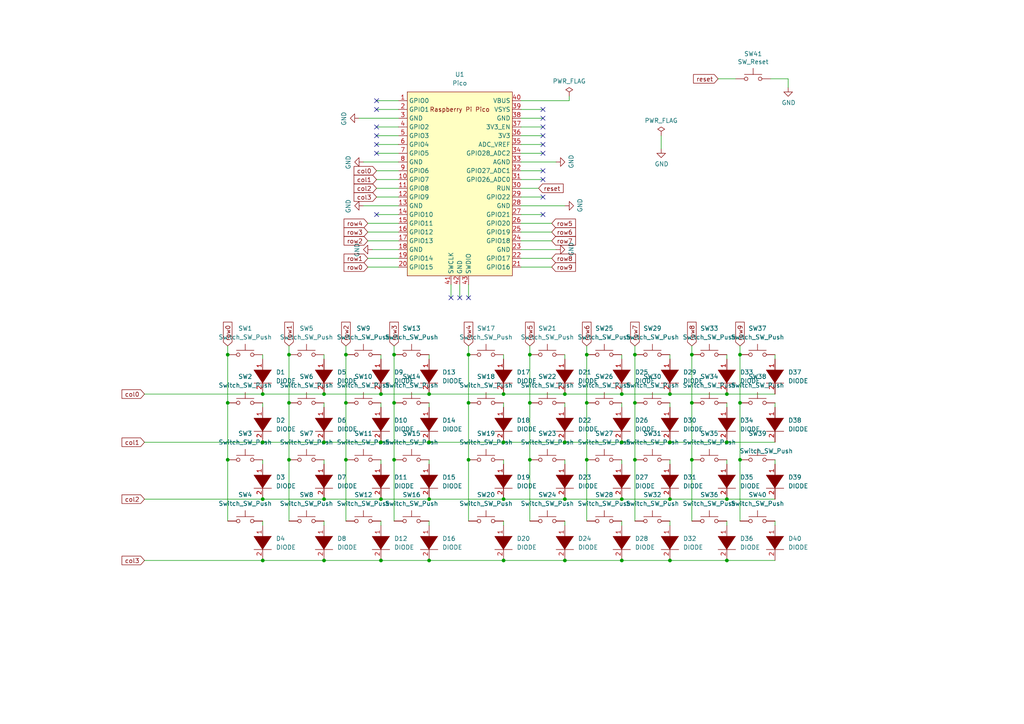
<source format=kicad_sch>
(kicad_sch (version 20211123) (generator eeschema)
  (paper "A4")
  (lib_symbols
    (symbol "MCU_RaspberryPi_and_Boards:Pico"
      (property "Reference" "U" (at -13.97 27.94 0))
      (property "Value" "Pico" (at 0 19.05 0))
      (symbol "Pico_0_0"
        (text "Raspberry Pi Pico" (at 0 21.59 0) (effects (font (size 1.27 1.27))))
      )
      (symbol "Pico_0_1"
        (rectangle (start -15.24 26.67) (end 15.24 -26.67) (fill (type background)))
      )
      (symbol "Pico_1_1"
        (pin bidirectional line (at -17.78 24.13 0) (length 2.54) (name "GPIO0") (number "1"))
        (pin bidirectional line (at -17.78 1.27 0) (length 2.54) (name "GPIO7") (number "10"))
        (pin bidirectional line (at -17.78 -1.27 0) (length 2.54) (name "GPIO8") (number "11"))
        (pin bidirectional line (at -17.78 -3.81 0) (length 2.54) (name "GPIO9") (number "12"))
        (pin power_in line (at -17.78 -6.35 0) (length 2.54) (name "GND") (number "13"))
        (pin bidirectional line (at -17.78 -8.89 0) (length 2.54) (name "GPIO10") (number "14"))
        (pin bidirectional line (at -17.78 -11.43 0) (length 2.54) (name "GPIO11") (number "15"))
        (pin bidirectional line (at -17.78 -13.97 0) (length 2.54) (name "GPIO12") (number "16"))
        (pin bidirectional line (at -17.78 -16.51 0) (length 2.54) (name "GPIO13") (number "17"))
        (pin power_in line (at -17.78 -19.05 0) (length 2.54) (name "GND") (number "18"))
        (pin bidirectional line (at -17.78 -21.59 0) (length 2.54) (name "GPIO14") (number "19"))
        (pin bidirectional line (at -17.78 21.59 0) (length 2.54) (name "GPIO1") (number "2"))
        (pin bidirectional line (at -17.78 -24.13 0) (length 2.54) (name "GPIO15") (number "20"))
        (pin bidirectional line (at 17.78 -24.13 180) (length 2.54) (name "GPIO16") (number "21"))
        (pin bidirectional line (at 17.78 -21.59 180) (length 2.54) (name "GPIO17") (number "22"))
        (pin power_in line (at 17.78 -19.05 180) (length 2.54) (name "GND") (number "23"))
        (pin bidirectional line (at 17.78 -16.51 180) (length 2.54) (name "GPIO18") (number "24"))
        (pin bidirectional line (at 17.78 -13.97 180) (length 2.54) (name "GPIO19") (number "25"))
        (pin bidirectional line (at 17.78 -11.43 180) (length 2.54) (name "GPIO20") (number "26"))
        (pin bidirectional line (at 17.78 -8.89 180) (length 2.54) (name "GPIO21") (number "27"))
        (pin power_in line (at 17.78 -6.35 180) (length 2.54) (name "GND") (number "28"))
        (pin bidirectional line (at 17.78 -3.81 180) (length 2.54) (name "GPIO22") (number "29"))
        (pin power_in line (at -17.78 19.05 0) (length 2.54) (name "GND") (number "3"))
        (pin input line (at 17.78 -1.27 180) (length 2.54) (name "RUN") (number "30"))
        (pin bidirectional line (at 17.78 1.27 180) (length 2.54) (name "GPIO26_ADC0") (number "31"))
        (pin bidirectional line (at 17.78 3.81 180) (length 2.54) (name "GPIO27_ADC1") (number "32"))
        (pin power_in line (at 17.78 6.35 180) (length 2.54) (name "AGND") (number "33"))
        (pin bidirectional line (at 17.78 8.89 180) (length 2.54) (name "GPIO28_ADC2") (number "34"))
        (pin power_in line (at 17.78 11.43 180) (length 2.54) (name "ADC_VREF") (number "35"))
        (pin power_in line (at 17.78 13.97 180) (length 2.54) (name "3V3") (number "36"))
        (pin input line (at 17.78 16.51 180) (length 2.54) (name "3V3_EN") (number "37"))
        (pin bidirectional line (at 17.78 19.05 180) (length 2.54) (name "GND") (number "38"))
        (pin power_in line (at 17.78 21.59 180) (length 2.54) (name "VSYS") (number "39"))
        (pin bidirectional line (at -17.78 16.51 0) (length 2.54) (name "GPIO2") (number "4"))
        (pin power_in line (at 17.78 24.13 180) (length 2.54) (name "VBUS") (number "40"))
        (pin input line (at -2.54 -29.21 90) (length 2.54) (name "SWCLK") (number "41"))
        (pin power_in line (at 0 -29.21 90) (length 2.54) (name "GND") (number "42"))
        (pin bidirectional line (at 2.54 -29.21 90) (length 2.54) (name "SWDIO") (number "43"))
        (pin bidirectional line (at -17.78 13.97 0) (length 2.54) (name "GPIO3") (number "5"))
        (pin bidirectional line (at -17.78 11.43 0) (length 2.54) (name "GPIO4") (number "6"))
        (pin bidirectional line (at -17.78 8.89 0) (length 2.54) (name "GPIO5") (number "7"))
        (pin power_in line (at -17.78 6.35 0) (length 2.54) (name "GND") (number "8"))
        (pin bidirectional line (at -17.78 3.81 0) (length 2.54) (name "GPIO6") (number "9"))
      )
    )
    (symbol "Switch:SW_Push" (pin_numbers hide) (pin_names (offset 1.016) hide)
      (property "Reference" "SW" (at 1.27 2.54 0))
      (property "Value" "SW_Push" (at 0 -1.524 0))
      (symbol "SW_Push_0_1"
        (circle (center -2.032 0) (radius 0.508))
        (polyline (pts (xy 0 1.27) (xy 0 3.048)))
        (polyline (pts (xy 2.54 1.27) (xy -2.54 1.27)))
        (circle (center 2.032 0) (radius 0.508))
        (pin passive line (at -5.08 0 0) (length 2.54) (name "1") (number "1"))
        (pin passive line (at 5.08 0 180) (length 2.54) (name "2") (number "2"))
      )
    )
    (symbol "power:GND" (power) (pin_names (offset 0))
      (property "Value" "GND" (at 0 -3.81 0))
      (symbol "GND_0_1"
        (polyline (pts (xy 0 0) (xy 0 -1.27) (xy 1.27 -1.27) (xy 0 -2.54) (xy -1.27 -1.27) (xy 0 -1.27)))
      )
      (symbol "GND_1_1"
        (pin power_in line (at 0 0 270) (length 0) hide (name "GND") (number "1"))
      )
    )
    (symbol "power:PWR_FLAG" (power) (pin_numbers hide) (pin_names (offset 0) hide)
      (property "Value" "PWR_FLAG" (at 0 3.81 0))
      (symbol "PWR_FLAG_0_0"
        (pin power_out line (at 0 0 90) (length 0) (name "pwr") (number "1"))
      )
      (symbol "PWR_FLAG_0_1"
        (polyline (pts (xy 0 0) (xy 0 1.27) (xy -1.016 1.905) (xy 0 2.54) (xy 1.016 1.905) (xy 0 1.27)))
      )
    )
    (symbol "pspice:DIODE" (pin_names (offset 1.016) hide)
      (property "Reference" "D" (at 0 3.81 0))
      (property "Value" "DIODE" (at 0 -4.445 0))
      (symbol "DIODE_0_1"
        (polyline (pts (xy 1.905 2.54) (xy 1.905 -2.54)))
        (polyline (pts (xy -1.905 2.54) (xy -1.905 -2.54) (xy 1.905 0)) (fill (type outline)))
      )
      (symbol "DIODE_1_1"
        (pin input line (at -5.08 0 0) (length 3.81) (name "K") (number "1"))
        (pin input line (at 5.08 0 180) (length 3.81) (name "A") (number "2"))
      )
    )
    (symbol "su120-cache:Switch_SW_Push" (pin_numbers hide) (pin_names (offset 1.016) hide)
      (property "Reference" "SW" (at 1.27 2.54 0))
      (property "Value" "Switch_SW_Push" (at 0 -1.524 0))
      (symbol "Switch_SW_Push_0_1"
        (circle (center -2.032 0) (radius 0.508))
        (polyline (pts (xy 0 1.27) (xy 0 3.048)))
        (polyline (pts (xy 2.54 1.27) (xy -2.54 1.27)))
        (circle (center 2.032 0) (radius 0.508))
        (pin passive line (at -5.08 0 0) (length 2.54) (name "1") (number "1"))
        (pin passive line (at 5.08 0 180) (length 2.54) (name "2") (number "2"))
      )
    )
  )
  (junction (at 184.15 102.87))
  (junction (at 110.49 162.56))
  (junction (at 76.2 162.56))
  (junction (at 76.2 114.3))
  (junction (at 135.89 116.84))
  (junction (at 170.18 116.84))
  (junction (at 110.49 114.3))
  (junction (at 66.04 116.84))
  (junction (at 114.3 116.84))
  (junction (at 210.82 114.3))
  (junction (at 163.83 162.56))
  (junction (at 163.83 128.27))
  (junction (at 214.63 116.84))
  (junction (at 124.46 128.27))
  (junction (at 180.34 162.56))
  (junction (at 66.04 133.35))
  (junction (at 146.05 144.78))
  (junction (at 214.63 102.87))
  (junction (at 146.05 162.56))
  (junction (at 180.34 144.78))
  (junction (at 100.33 133.35))
  (junction (at 110.49 128.27))
  (junction (at 184.15 133.35))
  (junction (at 76.2 144.78))
  (junction (at 76.2 128.27))
  (junction (at 200.66 133.35))
  (junction (at 100.33 102.87))
  (junction (at 146.05 114.3))
  (junction (at 180.34 114.3))
  (junction (at 83.82 116.84))
  (junction (at 135.89 133.35))
  (junction (at 180.34 128.27))
  (junction (at 83.82 102.87))
  (junction (at 114.3 102.87))
  (junction (at 93.98 114.3))
  (junction (at 210.82 162.56))
  (junction (at 153.67 133.35))
  (junction (at 170.18 102.87))
  (junction (at 114.3 133.35))
  (junction (at 194.31 144.78))
  (junction (at 170.18 133.35))
  (junction (at 135.89 102.87))
  (junction (at 93.98 162.56))
  (junction (at 214.63 133.35))
  (junction (at 124.46 144.78))
  (junction (at 184.15 116.84))
  (junction (at 124.46 162.56))
  (junction (at 163.83 144.78))
  (junction (at 100.33 116.84))
  (junction (at 83.82 133.35))
  (junction (at 153.67 116.84))
  (junction (at 163.83 114.3))
  (junction (at 124.46 114.3))
  (junction (at 194.31 114.3))
  (junction (at 194.31 128.27))
  (junction (at 93.98 128.27))
  (junction (at 146.05 128.27))
  (junction (at 93.98 144.78))
  (junction (at 210.82 144.78))
  (junction (at 110.49 144.78))
  (junction (at 210.82 128.27))
  (junction (at 66.04 102.87))
  (junction (at 153.67 102.87))
  (junction (at 194.31 162.56))
  (junction (at 200.66 102.87))
  (junction (at 200.66 116.84))
  (no_connect (at 109.22 31.75))
  (no_connect (at 157.48 52.07))
  (no_connect (at 109.22 62.23))
  (no_connect (at 157.48 62.23))
  (no_connect (at 109.22 39.37))
  (no_connect (at 109.22 36.83))
  (no_connect (at 157.48 41.91))
  (no_connect (at 157.48 31.75))
  (no_connect (at 157.48 49.53))
  (no_connect (at 135.89 86.36))
  (no_connect (at 133.35 86.36))
  (no_connect (at 130.81 86.36))
  (no_connect (at 157.48 39.37))
  (no_connect (at 109.22 29.21))
  (no_connect (at 109.22 44.45))
  (no_connect (at 157.48 34.29))
  (no_connect (at 157.48 57.15))
  (no_connect (at 157.48 36.83))
  (no_connect (at 157.48 44.45))
  (no_connect (at 109.22 41.91))
  (wire (pts (xy 184.15 133.35) (xy 184.15 151.13)))
  (wire (pts (xy 163.83 116.84) (xy 163.83 118.11)))
  (wire (pts (xy 180.34 102.87) (xy 180.34 104.14)))
  (wire (pts (xy 224.79 116.84) (xy 224.79 118.11)))
  (wire (pts (xy 184.15 116.84) (xy 184.15 133.35)))
  (wire (pts (xy 83.82 133.35) (xy 83.82 151.13)))
  (wire (pts (xy 135.89 102.87) (xy 135.89 116.84)))
  (wire (pts (xy 105.41 59.69) (xy 115.57 59.69)))
  (wire (pts (xy 151.13 29.21) (xy 165.1 29.21)))
  (wire (pts (xy 151.13 54.61) (xy 156.21 54.61)))
  (wire (pts (xy 106.68 74.93) (xy 115.57 74.93)))
  (wire (pts (xy 109.22 52.07) (xy 115.57 52.07)))
  (wire (pts (xy 146.05 151.13) (xy 146.05 152.4)))
  (wire (pts (xy 93.98 128.27) (xy 110.49 128.27)))
  (wire (pts (xy 210.82 128.27) (xy 224.79 128.27)))
  (wire (pts (xy 184.15 102.87) (xy 184.15 116.84)))
  (wire (pts (xy 114.3 133.35) (xy 114.3 151.13)))
  (wire (pts (xy 200.66 116.84) (xy 200.66 133.35)))
  (wire (pts (xy 191.77 39.37) (xy 191.77 43.18)))
  (wire (pts (xy 153.67 102.87) (xy 153.67 116.84)))
  (wire (pts (xy 135.89 82.55) (xy 135.89 86.36)))
  (wire (pts (xy 210.82 133.35) (xy 210.82 134.62)))
  (wire (pts (xy 93.98 162.56) (xy 110.49 162.56)))
  (wire (pts (xy 163.83 133.35) (xy 163.83 134.62)))
  (wire (pts (xy 106.68 77.47) (xy 115.57 77.47)))
  (wire (pts (xy 153.67 116.84) (xy 153.67 133.35)))
  (wire (pts (xy 100.33 133.35) (xy 100.33 151.13)))
  (wire (pts (xy 135.89 100.33) (xy 135.89 102.87)))
  (wire (pts (xy 110.49 114.3) (xy 124.46 114.3)))
  (wire (pts (xy 160.02 67.31) (xy 151.13 67.31)))
  (wire (pts (xy 194.31 162.56) (xy 210.82 162.56)))
  (wire (pts (xy 100.33 102.87) (xy 100.33 116.84)))
  (wire (pts (xy 124.46 102.87) (xy 124.46 104.14)))
  (wire (pts (xy 135.89 133.35) (xy 135.89 151.13)))
  (wire (pts (xy 200.66 100.33) (xy 200.66 102.87)))
  (wire (pts (xy 163.83 128.27) (xy 180.34 128.27)))
  (wire (pts (xy 109.22 49.53) (xy 115.57 49.53)))
  (wire (pts (xy 210.82 162.56) (xy 224.79 162.56)))
  (wire (pts (xy 200.66 102.87) (xy 200.66 116.84)))
  (wire (pts (xy 41.91 128.27) (xy 76.2 128.27)))
  (wire (pts (xy 109.22 57.15) (xy 115.57 57.15)))
  (wire (pts (xy 146.05 114.3) (xy 163.83 114.3)))
  (wire (pts (xy 160.02 77.47) (xy 151.13 77.47)))
  (wire (pts (xy 194.31 116.84) (xy 194.31 118.11)))
  (wire (pts (xy 93.98 116.84) (xy 93.98 118.11)))
  (wire (pts (xy 194.31 102.87) (xy 194.31 104.14)))
  (wire (pts (xy 210.82 151.13) (xy 210.82 152.4)))
  (wire (pts (xy 194.31 133.35) (xy 194.31 134.62)))
  (wire (pts (xy 170.18 100.33) (xy 170.18 102.87)))
  (wire (pts (xy 110.49 133.35) (xy 110.49 134.62)))
  (wire (pts (xy 194.31 114.3) (xy 210.82 114.3)))
  (wire (pts (xy 210.82 116.84) (xy 210.82 118.11)))
  (wire (pts (xy 151.13 31.75) (xy 157.48 31.75)))
  (wire (pts (xy 214.63 100.33) (xy 214.63 102.87)))
  (wire (pts (xy 163.83 144.78) (xy 180.34 144.78)))
  (wire (pts (xy 76.2 133.35) (xy 76.2 134.62)))
  (wire (pts (xy 223.52 22.86) (xy 228.6 22.86)))
  (wire (pts (xy 124.46 151.13) (xy 124.46 152.4)))
  (wire (pts (xy 100.33 100.33) (xy 100.33 102.87)))
  (wire (pts (xy 194.31 151.13) (xy 194.31 152.4)))
  (wire (pts (xy 151.13 36.83) (xy 157.48 36.83)))
  (wire (pts (xy 146.05 102.87) (xy 146.05 104.14)))
  (wire (pts (xy 124.46 114.3) (xy 146.05 114.3)))
  (wire (pts (xy 151.13 39.37) (xy 157.48 39.37)))
  (wire (pts (xy 224.79 133.35) (xy 224.79 134.62)))
  (wire (pts (xy 170.18 116.84) (xy 170.18 133.35)))
  (wire (pts (xy 124.46 162.56) (xy 146.05 162.56)))
  (wire (pts (xy 163.83 114.3) (xy 180.34 114.3)))
  (wire (pts (xy 76.2 162.56) (xy 93.98 162.56)))
  (wire (pts (xy 163.83 151.13) (xy 163.83 152.4)))
  (wire (pts (xy 41.91 144.78) (xy 76.2 144.78)))
  (wire (pts (xy 93.98 114.3) (xy 110.49 114.3)))
  (wire (pts (xy 106.68 67.31) (xy 115.57 67.31)))
  (wire (pts (xy 180.34 116.84) (xy 180.34 118.11)))
  (wire (pts (xy 66.04 133.35) (xy 66.04 151.13)))
  (wire (pts (xy 93.98 133.35) (xy 93.98 134.62)))
  (wire (pts (xy 151.13 62.23) (xy 157.48 62.23)))
  (wire (pts (xy 83.82 100.33) (xy 83.82 102.87)))
  (wire (pts (xy 170.18 102.87) (xy 170.18 116.84)))
  (wire (pts (xy 146.05 162.56) (xy 163.83 162.56)))
  (wire (pts (xy 106.68 69.85) (xy 115.57 69.85)))
  (wire (pts (xy 163.83 102.87) (xy 163.83 104.14)))
  (wire (pts (xy 146.05 128.27) (xy 163.83 128.27)))
  (wire (pts (xy 146.05 133.35) (xy 146.05 134.62)))
  (wire (pts (xy 109.22 41.91) (xy 115.57 41.91)))
  (wire (pts (xy 151.13 46.99) (xy 161.29 46.99)))
  (wire (pts (xy 110.49 144.78) (xy 124.46 144.78)))
  (wire (pts (xy 124.46 133.35) (xy 124.46 134.62)))
  (wire (pts (xy 180.34 133.35) (xy 180.34 134.62)))
  (wire (pts (xy 214.63 116.84) (xy 214.63 133.35)))
  (wire (pts (xy 104.14 34.29) (xy 115.57 34.29)))
  (wire (pts (xy 109.22 29.21) (xy 115.57 29.21)))
  (wire (pts (xy 114.3 100.33) (xy 114.3 102.87)))
  (wire (pts (xy 41.91 162.56) (xy 76.2 162.56)))
  (wire (pts (xy 105.41 46.99) (xy 115.57 46.99)))
  (wire (pts (xy 83.82 102.87) (xy 83.82 116.84)))
  (wire (pts (xy 165.1 29.21) (xy 165.1 27.94)))
  (wire (pts (xy 160.02 74.93) (xy 151.13 74.93)))
  (wire (pts (xy 160.02 69.85) (xy 151.13 69.85)))
  (wire (pts (xy 109.22 54.61) (xy 115.57 54.61)))
  (wire (pts (xy 153.67 100.33) (xy 153.67 102.87)))
  (wire (pts (xy 76.2 116.84) (xy 76.2 118.11)))
  (wire (pts (xy 109.22 62.23) (xy 115.57 62.23)))
  (wire (pts (xy 184.15 100.33) (xy 184.15 102.87)))
  (wire (pts (xy 224.79 151.13) (xy 224.79 152.4)))
  (wire (pts (xy 109.22 39.37) (xy 115.57 39.37)))
  (wire (pts (xy 110.49 151.13) (xy 110.49 152.4)))
  (wire (pts (xy 194.31 144.78) (xy 210.82 144.78)))
  (wire (pts (xy 170.18 133.35) (xy 170.18 151.13)))
  (wire (pts (xy 153.67 133.35) (xy 153.67 151.13)))
  (wire (pts (xy 66.04 116.84) (xy 66.04 133.35)))
  (wire (pts (xy 180.34 151.13) (xy 180.34 152.4)))
  (wire (pts (xy 146.05 144.78) (xy 163.83 144.78)))
  (wire (pts (xy 224.79 102.87) (xy 224.79 104.14)))
  (wire (pts (xy 93.98 151.13) (xy 93.98 152.4)))
  (wire (pts (xy 214.63 133.35) (xy 214.63 151.13)))
  (wire (pts (xy 93.98 102.87) (xy 93.98 104.14)))
  (wire (pts (xy 208.28 22.86) (xy 213.36 22.86)))
  (wire (pts (xy 106.68 64.77) (xy 115.57 64.77)))
  (wire (pts (xy 41.91 114.3) (xy 76.2 114.3)))
  (wire (pts (xy 114.3 102.87) (xy 114.3 116.84)))
  (wire (pts (xy 180.34 128.27) (xy 194.31 128.27)))
  (wire (pts (xy 180.34 114.3) (xy 194.31 114.3)))
  (wire (pts (xy 163.83 162.56) (xy 180.34 162.56)))
  (wire (pts (xy 151.13 52.07) (xy 157.48 52.07)))
  (wire (pts (xy 110.49 128.27) (xy 124.46 128.27)))
  (wire (pts (xy 180.34 144.78) (xy 194.31 144.78)))
  (wire (pts (xy 151.13 49.53) (xy 157.48 49.53)))
  (wire (pts (xy 124.46 144.78) (xy 146.05 144.78)))
  (wire (pts (xy 110.49 102.87) (xy 110.49 104.14)))
  (wire (pts (xy 76.2 102.87) (xy 76.2 104.14)))
  (wire (pts (xy 100.33 116.84) (xy 100.33 133.35)))
  (wire (pts (xy 214.63 102.87) (xy 214.63 116.84)))
  (wire (pts (xy 76.2 151.13) (xy 76.2 152.4)))
  (wire (pts (xy 107.95 72.39) (xy 115.57 72.39)))
  (wire (pts (xy 76.2 128.27) (xy 93.98 128.27)))
  (wire (pts (xy 109.22 36.83) (xy 115.57 36.83)))
  (wire (pts (xy 151.13 34.29) (xy 157.48 34.29)))
  (wire (pts (xy 180.34 162.56) (xy 194.31 162.56)))
  (wire (pts (xy 151.13 59.69) (xy 163.83 59.69)))
  (wire (pts (xy 114.3 116.84) (xy 114.3 133.35)))
  (wire (pts (xy 66.04 100.33) (xy 66.04 102.87)))
  (wire (pts (xy 151.13 57.15) (xy 157.48 57.15)))
  (wire (pts (xy 124.46 128.27) (xy 146.05 128.27)))
  (wire (pts (xy 151.13 41.91) (xy 157.48 41.91)))
  (wire (pts (xy 228.6 22.86) (xy 228.6 25.4)))
  (wire (pts (xy 151.13 44.45) (xy 157.48 44.45)))
  (wire (pts (xy 109.22 44.45) (xy 115.57 44.45)))
  (wire (pts (xy 133.35 82.55) (xy 133.35 86.36)))
  (wire (pts (xy 146.05 116.84) (xy 146.05 118.11)))
  (wire (pts (xy 109.22 31.75) (xy 115.57 31.75)))
  (wire (pts (xy 210.82 144.78) (xy 224.79 144.78)))
  (wire (pts (xy 93.98 144.78) (xy 110.49 144.78)))
  (wire (pts (xy 110.49 162.56) (xy 124.46 162.56)))
  (wire (pts (xy 160.02 64.77) (xy 151.13 64.77)))
  (wire (pts (xy 76.2 114.3) (xy 93.98 114.3)))
  (wire (pts (xy 76.2 144.78) (xy 93.98 144.78)))
  (wire (pts (xy 124.46 116.84) (xy 124.46 118.11)))
  (wire (pts (xy 83.82 116.84) (xy 83.82 133.35)))
  (wire (pts (xy 210.82 114.3) (xy 224.79 114.3)))
  (wire (pts (xy 151.13 72.39) (xy 161.29 72.39)))
  (wire (pts (xy 76.2 113.03) (xy 76.2 114.3)))
  (wire (pts (xy 200.66 133.35) (xy 200.66 151.13)))
  (wire (pts (xy 110.49 116.84) (xy 110.49 118.11)))
  (wire (pts (xy 66.04 102.87) (xy 66.04 116.84)))
  (wire (pts (xy 210.82 102.87) (xy 210.82 104.14)))
  (wire (pts (xy 135.89 116.84) (xy 135.89 133.35)))
  (wire (pts (xy 130.81 82.55) (xy 130.81 86.36)))
  (wire (pts (xy 194.31 128.27) (xy 210.82 128.27)))
  (global_label "row7" (shape input) (at 184.15 100.33 90) (property "Intersheet References" "${INTERSHEET_REFS}" (effects hide)))
  (global_label "col2" (shape input) (at 41.91 144.78 180) (property "Intersheet References" "${INTERSHEET_REFS}" (effects hide)))
  (global_label "reset" (shape input) (at 208.28 22.86 180) (property "Intersheet References" "${INTERSHEET_REFS}" (effects hide)))
  (global_label "row9" (shape input) (at 160.02 77.47 0) (property "Intersheet References" "${INTERSHEET_REFS}" (effects hide)))
  (global_label "row3" (shape input) (at 106.68 67.31 180) (property "Intersheet References" "${INTERSHEET_REFS}" (effects hide)))
  (global_label "row1" (shape input) (at 106.68 74.93 180) (property "Intersheet References" "${INTERSHEET_REFS}" (effects hide)))
  (global_label "row0" (shape input) (at 66.04 100.33 90) (property "Intersheet References" "${INTERSHEET_REFS}" (effects hide)))
  (global_label "row4" (shape input) (at 135.89 100.33 90) (property "Intersheet References" "${INTERSHEET_REFS}" (effects hide)))
  (global_label "row7" (shape input) (at 160.02 69.85 0) (property "Intersheet References" "${INTERSHEET_REFS}" (effects hide)))
  (global_label "col3" (shape input) (at 109.22 57.15 180) (property "Intersheet References" "${INTERSHEET_REFS}" (effects hide)))
  (global_label "row9" (shape input) (at 214.63 100.33 90) (property "Intersheet References" "${INTERSHEET_REFS}" (effects hide)))
  (global_label "row5" (shape input) (at 160.02 64.77 0) (property "Intersheet References" "${INTERSHEET_REFS}" (effects hide)))
  (global_label "row0" (shape input) (at 106.68 77.47 180) (property "Intersheet References" "${INTERSHEET_REFS}" (effects hide)))
  (global_label "row6" (shape input) (at 170.18 100.33 90) (property "Intersheet References" "${INTERSHEET_REFS}" (effects hide)))
  (global_label "col1" (shape input) (at 109.22 52.07 180) (property "Intersheet References" "${INTERSHEET_REFS}" (effects hide)))
  (global_label "row6" (shape input) (at 160.02 67.31 0) (property "Intersheet References" "${INTERSHEET_REFS}" (effects hide)))
  (global_label "col1" (shape input) (at 41.91 128.27 180) (property "Intersheet References" "${INTERSHEET_REFS}" (effects hide)))
  (global_label "row1" (shape input) (at 83.82 100.33 90) (property "Intersheet References" "${INTERSHEET_REFS}" (effects hide)))
  (global_label "row4" (shape input) (at 106.68 64.77 180) (property "Intersheet References" "${INTERSHEET_REFS}" (effects hide)))
  (global_label "row2" (shape input) (at 100.33 100.33 90) (property "Intersheet References" "${INTERSHEET_REFS}" (effects hide)))
  (global_label "reset" (shape input) (at 156.21 54.61 0) (property "Intersheet References" "${INTERSHEET_REFS}" (effects hide)))
  (global_label "col2" (shape input) (at 109.22 54.61 180) (property "Intersheet References" "${INTERSHEET_REFS}" (effects hide)))
  (global_label "row5" (shape input) (at 153.67 100.33 90) (property "Intersheet References" "${INTERSHEET_REFS}" (effects hide)))
  (global_label "col0" (shape input) (at 109.22 49.53 180) (property "Intersheet References" "${INTERSHEET_REFS}" (effects hide)))
  (global_label "col0" (shape input) (at 41.91 114.3 180) (property "Intersheet References" "${INTERSHEET_REFS}" (effects hide)))
  (global_label "row8" (shape input) (at 200.66 100.33 90) (property "Intersheet References" "${INTERSHEET_REFS}" (effects hide)))
  (global_label "row3" (shape input) (at 114.3 100.33 90) (property "Intersheet References" "${INTERSHEET_REFS}" (effects hide)))
  (global_label "row8" (shape input) (at 160.02 74.93 0) (property "Intersheet References" "${INTERSHEET_REFS}" (effects hide)))
  (global_label "row2" (shape input) (at 106.68 69.85 180) (property "Intersheet References" "${INTERSHEET_REFS}" (effects hide)))
  (global_label "col3" (shape input) (at 41.91 162.56 180) (property "Intersheet References" "${INTERSHEET_REFS}" (effects hide)))
  (symbol (lib_id "pspice:DIODE") (at 110.49 109.22 270) (unit 1)
    (property "Reference" "D9" (at 114.3 107.9499 90) (effects (justify left)))
    (property "Value" "DIODE" (at 114.3 110.4899 90) (effects (justify left)))
    (property "Footprint" "kbd:D3_TH_SMD_v2" (effects hide))
  )
  (symbol (lib_id "su120-cache:Switch_SW_Push") (at 119.38 116.84 0) (unit 1)
    (property "Reference" "SW14" (at 119.38 109.22 0))
    (property "Value" "Switch_SW_Push" (at 119.38 111.76 0))
    (property "Footprint" "kbd:CherryMX_1u" (effects hide))
  )
  (symbol (lib_id "pspice:DIODE") (at 124.46 157.48 270) (unit 1)
    (property "Reference" "D16" (at 128.27 156.2099 90) (effects (justify left)))
    (property "Value" "DIODE" (at 128.27 158.7499 90) (effects (justify left)))
    (property "Footprint" "kbd:D3_TH_SMD_v2" (effects hide))
  )
  (symbol (lib_id "pspice:DIODE") (at 76.2 109.22 270) (unit 1)
    (property "Reference" "D1" (at 80.01 107.9499 90) (effects (justify left)))
    (property "Value" "DIODE" (at 80.01 110.4899 90) (effects (justify left)))
    (property "Footprint" "kbd:D3_TH_SMD_v2" (effects hide))
  )
  (symbol (lib_id "su120-cache:Switch_SW_Push") (at 205.74 151.13 0) (unit 1)
    (property "Reference" "SW36" (at 205.74 143.51 0))
    (property "Value" "Switch_SW_Push" (at 205.74 146.05 0))
    (property "Footprint" "kbd:CherryMX_1u" (effects hide))
  )
  (symbol (lib_id "su120-cache:Switch_SW_Push") (at 189.23 151.13 0) (unit 1)
    (property "Reference" "SW32" (at 189.23 143.51 0))
    (property "Value" "Switch_SW_Push" (at 189.23 146.05 0))
    (property "Footprint" "kbd:CherryMX_1u" (effects hide))
  )
  (symbol (lib_id "pspice:DIODE") (at 180.34 109.22 270) (unit 1)
    (property "Reference" "D25" (at 184.15 107.9499 90) (effects (justify left)))
    (property "Value" "DIODE" (at 184.15 110.4899 90) (effects (justify left)))
    (property "Footprint" "kbd:D3_TH_SMD_v2" (effects hide))
  )
  (symbol (lib_id "su120-cache:Switch_SW_Push") (at 140.97 133.35 0) (unit 1)
    (property "Reference" "SW19" (at 140.97 125.73 0))
    (property "Value" "Switch_SW_Push" (at 140.97 128.27 0))
    (property "Footprint" "kbd:CherryMX_1u" (effects hide))
  )
  (symbol (lib_id "su120-cache:Switch_SW_Push") (at 219.71 116.84 0) (unit 1)
    (property "Reference" "SW38" (at 219.71 109.22 0))
    (property "Value" "Switch_SW_Push" (at 219.71 111.76 0))
    (property "Footprint" "kbd:CherryMX_1u" (effects hide))
  )
  (symbol (lib_id "power:GND") (at 163.83 59.69 90) (unit 1)
    (property "Reference" "#PWR07" (effects hide))
    (property "Value" "GND" (at 168.2242 59.563 0))
  )
  (symbol (lib_id "pspice:DIODE") (at 76.2 123.19 270) (unit 1)
    (property "Reference" "D2" (at 80.01 121.9199 90) (effects (justify left)))
    (property "Value" "DIODE" (at 80.01 124.4599 90) (effects (justify left)))
    (property "Footprint" "kbd:D3_TH_SMD_v2" (effects hide))
  )
  (symbol (lib_id "su120-cache:Switch_SW_Push") (at 105.41 116.84 0) (unit 1)
    (property "Reference" "SW10" (at 105.41 109.22 0))
    (property "Value" "Switch_SW_Push" (at 105.41 111.76 0))
    (property "Footprint" "kbd:CherryMX_1u" (effects hide))
  )
  (symbol (lib_id "pspice:DIODE") (at 163.83 123.19 270) (unit 1)
    (property "Reference" "D22" (at 167.64 121.9199 90) (effects (justify left)))
    (property "Value" "DIODE" (at 167.64 124.4599 90) (effects (justify left)))
    (property "Footprint" "kbd:D3_TH_SMD_v2" (effects hide))
  )
  (symbol (lib_id "su120-cache:Switch_SW_Push") (at 158.75 151.13 0) (unit 1)
    (property "Reference" "SW24" (at 158.75 143.51 0))
    (property "Value" "Switch_SW_Push" (at 158.75 146.05 0))
    (property "Footprint" "kbd:CherryMX_1u" (effects hide))
  )
  (symbol (lib_id "power:GND") (at 105.41 46.99 270) (unit 1)
    (property "Reference" "#PWR02" (effects hide))
    (property "Value" "GND" (at 101.0158 47.117 0))
  )
  (symbol (lib_id "pspice:DIODE") (at 224.79 123.19 270) (unit 1)
    (property "Reference" "D38" (at 228.6 121.9199 90) (effects (justify left)))
    (property "Value" "DIODE" (at 228.6 124.4599 90) (effects (justify left)))
    (property "Footprint" "kbd:D3_TH_SMD_v2" (effects hide))
  )
  (symbol (lib_id "su120-cache:Switch_SW_Push") (at 175.26 151.13 0) (unit 1)
    (property "Reference" "SW28" (at 175.26 143.51 0))
    (property "Value" "Switch_SW_Push" (at 175.26 146.05 0))
    (property "Footprint" "kbd:CherryMX_1u" (effects hide))
  )
  (symbol (lib_id "pspice:DIODE") (at 110.49 139.7 270) (unit 1)
    (property "Reference" "D11" (at 114.3 138.4299 90) (effects (justify left)))
    (property "Value" "DIODE" (at 114.3 140.9699 90) (effects (justify left)))
    (property "Footprint" "kbd:D3_TH_SMD_v2" (effects hide))
  )
  (symbol (lib_id "su120-cache:Switch_SW_Push") (at 88.9 151.13 0) (unit 1)
    (property "Reference" "SW8" (at 88.9 143.51 0))
    (property "Value" "Switch_SW_Push" (at 88.9 146.05 0))
    (property "Footprint" "kbd:CherryMX_1u" (effects hide))
  )
  (symbol (lib_id "power:GND") (at 228.6 25.4 0) (unit 1)
    (property "Reference" "#PWR09" (effects hide))
    (property "Value" "GND" (at 228.727 29.7942 0))
  )
  (symbol (lib_id "power:GND") (at 105.41 59.69 270) (unit 1)
    (property "Reference" "#PWR03" (effects hide))
    (property "Value" "GND" (at 101.0158 59.817 0))
  )
  (symbol (lib_id "pspice:DIODE") (at 146.05 123.19 270) (unit 1)
    (property "Reference" "D18" (at 149.86 121.9199 90) (effects (justify left)))
    (property "Value" "DIODE" (at 149.86 124.4599 90) (effects (justify left)))
    (property "Footprint" "kbd:D3_TH_SMD_v2" (effects hide))
  )
  (symbol (lib_id "pspice:DIODE") (at 93.98 157.48 270) (unit 1)
    (property "Reference" "D8" (at 97.79 156.2099 90) (effects (justify left)))
    (property "Value" "DIODE" (at 97.79 158.7499 90) (effects (justify left)))
    (property "Footprint" "kbd:D3_TH_SMD_v2" (effects hide))
  )
  (symbol (lib_id "su120-cache:Switch_SW_Push") (at 71.12 116.84 0) (unit 1)
    (property "Reference" "SW2" (at 71.12 109.22 0))
    (property "Value" "Switch_SW_Push" (at 71.12 111.76 0))
    (property "Footprint" "kbd:CherryMX_1u" (effects hide))
  )
  (symbol (lib_id "pspice:DIODE") (at 163.83 157.48 270) (unit 1)
    (property "Reference" "D24" (at 167.64 156.2099 90) (effects (justify left)))
    (property "Value" "DIODE" (at 167.64 158.7499 90) (effects (justify left)))
    (property "Footprint" "kbd:D3_TH_SMD_v2" (effects hide))
  )
  (symbol (lib_id "pspice:DIODE") (at 76.2 139.7 270) (unit 1)
    (property "Reference" "D3" (at 80.01 138.4299 90) (effects (justify left)))
    (property "Value" "DIODE" (at 80.01 140.9699 90) (effects (justify left)))
    (property "Footprint" "kbd:D3_TH_SMD_v2" (effects hide))
  )
  (symbol (lib_id "su120-cache:Switch_SW_Push") (at 140.97 151.13 0) (unit 1)
    (property "Reference" "SW20" (at 140.97 143.51 0))
    (property "Value" "Switch_SW_Push" (at 140.97 146.05 0))
    (property "Footprint" "kbd:CherryMX_1u" (effects hide))
  )
  (symbol (lib_id "pspice:DIODE") (at 124.46 139.7 270) (unit 1)
    (property "Reference" "D15" (at 128.27 138.4299 90) (effects (justify left)))
    (property "Value" "DIODE" (at 128.27 140.9699 90) (effects (justify left)))
    (property "Footprint" "kbd:D3_TH_SMD_v2" (effects hide))
  )
  (symbol (lib_id "su120-cache:Switch_SW_Push") (at 189.23 116.84 0) (unit 1)
    (property "Reference" "SW30" (at 189.23 109.22 0))
    (property "Value" "Switch_SW_Push" (at 189.23 111.76 0))
    (property "Footprint" "kbd:CherryMX_1u" (effects hide))
  )
  (symbol (lib_id "su120-cache:Switch_SW_Push") (at 105.41 102.87 0) (unit 1)
    (property "Reference" "SW9" (at 105.41 95.25 0))
    (property "Value" "Switch_SW_Push" (at 105.41 97.79 0))
    (property "Footprint" "kbd:CherryMX_1u" (effects hide))
  )
  (symbol (lib_id "su120-cache:Switch_SW_Push") (at 158.75 102.87 0) (unit 1)
    (property "Reference" "SW21" (at 158.75 95.25 0))
    (property "Value" "Switch_SW_Push" (at 158.75 97.79 0))
    (property "Footprint" "kbd:CherryMX_1u" (effects hide))
  )
  (symbol (lib_id "su120-cache:Switch_SW_Push") (at 88.9 102.87 0) (unit 1)
    (property "Reference" "SW5" (at 88.9 95.25 0))
    (property "Value" "Switch_SW_Push" (at 88.9 97.79 0))
    (property "Footprint" "kbd:CherryMX_1u" (effects hide))
  )
  (symbol (lib_id "pspice:DIODE") (at 93.98 109.22 270) (unit 1)
    (property "Reference" "D5" (at 97.79 107.9499 90) (effects (justify left)))
    (property "Value" "DIODE" (at 97.79 110.4899 90) (effects (justify left)))
    (property "Footprint" "kbd:D3_TH_SMD_v2" (effects hide))
  )
  (symbol (lib_id "Switch:SW_Push") (at 218.44 22.86 0) (unit 1)
    (property "Reference" "SW41" (at 218.44 15.621 0))
    (property "Value" "SW_Reset" (at 218.44 17.9324 0))
    (property "Footprint" "kbd:ResetSW" (effects hide))
  )
  (symbol (lib_id "su120-cache:Switch_SW_Push") (at 189.23 133.35 0) (unit 1)
    (property "Reference" "SW31" (at 189.23 125.73 0))
    (property "Value" "Switch_SW_Push" (at 189.23 128.27 0))
    (property "Footprint" "kbd:CherryMX_1u" (effects hide))
  )
  (symbol (lib_id "pspice:DIODE") (at 163.83 109.22 270) (unit 1)
    (property "Reference" "D21" (at 167.64 107.9499 90) (effects (justify left)))
    (property "Value" "DIODE" (at 167.64 110.4899 90) (effects (justify left)))
    (property "Footprint" "kbd:D3_TH_SMD_v2" (effects hide))
  )
  (symbol (lib_id "pspice:DIODE") (at 76.2 157.48 270) (unit 1)
    (property "Reference" "D4" (at 80.01 156.2099 90) (effects (justify left)))
    (property "Value" "DIODE" (at 80.01 158.7499 90) (effects (justify left)))
    (property "Footprint" "kbd:D3_TH_SMD_v2" (effects hide))
  )
  (symbol (lib_id "su120-cache:Switch_SW_Push") (at 140.97 102.87 0) (unit 1)
    (property "Reference" "SW17" (at 140.97 95.25 0))
    (property "Value" "Switch_SW_Push" (at 140.97 97.79 0))
    (property "Footprint" "kbd:CherryMX_1u" (effects hide))
  )
  (symbol (lib_id "pspice:DIODE") (at 110.49 157.48 270) (unit 1)
    (property "Reference" "D12" (at 114.3 156.2099 90) (effects (justify left)))
    (property "Value" "DIODE" (at 114.3 158.7499 90) (effects (justify left)))
    (property "Footprint" "kbd:D3_TH_SMD_v2" (effects hide))
  )
  (symbol (lib_id "su120-cache:Switch_SW_Push") (at 105.41 133.35 0) (unit 1)
    (property "Reference" "SW11" (at 105.41 125.73 0))
    (property "Value" "Switch_SW_Push" (at 105.41 128.27 0))
    (property "Footprint" "kbd:CherryMX_1u" (effects hide))
  )
  (symbol (lib_id "pspice:DIODE") (at 194.31 123.19 270) (unit 1)
    (property "Reference" "D30" (at 198.12 121.9199 90) (effects (justify left)))
    (property "Value" "DIODE" (at 198.12 124.4599 90) (effects (justify left)))
    (property "Footprint" "kbd:D3_TH_SMD_v2" (effects hide))
  )
  (symbol (lib_id "pspice:DIODE") (at 180.34 157.48 270) (unit 1)
    (property "Reference" "D28" (at 184.15 156.2099 90) (effects (justify left)))
    (property "Value" "DIODE" (at 184.15 158.7499 90) (effects (justify left)))
    (property "Footprint" "kbd:D3_TH_SMD_v2" (effects hide))
  )
  (symbol (lib_id "su120-cache:Switch_SW_Push") (at 105.41 151.13 0) (unit 1)
    (property "Reference" "SW12" (at 105.41 143.51 0))
    (property "Value" "Switch_SW_Push" (at 105.41 146.05 0))
    (property "Footprint" "kbd:CherryMX_1u" (effects hide))
  )
  (symbol (lib_id "pspice:DIODE") (at 210.82 123.19 270) (unit 1)
    (property "Reference" "D34" (at 214.63 121.9199 90) (effects (justify left)))
    (property "Value" "DIODE" (at 214.63 124.4599 90) (effects (justify left)))
    (property "Footprint" "kbd:D3_TH_SMD_v2" (effects hide))
  )
  (symbol (lib_id "pspice:DIODE") (at 224.79 109.22 270) (unit 1)
    (property "Reference" "D37" (at 228.6 107.9499 90) (effects (justify left)))
    (property "Value" "DIODE" (at 228.6 110.4899 90) (effects (justify left)))
    (property "Footprint" "kbd:D3_TH_SMD_v2" (effects hide))
  )
  (symbol (lib_id "power:GND") (at 161.29 46.99 90) (unit 1)
    (property "Reference" "#PWR05" (effects hide))
    (property "Value" "GND" (at 165.6842 46.863 0))
  )
  (symbol (lib_id "su120-cache:Switch_SW_Push") (at 189.23 102.87 0) (unit 1)
    (property "Reference" "SW29" (at 189.23 95.25 0))
    (property "Value" "Switch_SW_Push" (at 189.23 97.79 0))
    (property "Footprint" "kbd:CherryMX_1u" (effects hide))
  )
  (symbol (lib_id "power:GND") (at 161.29 72.39 90) (unit 1)
    (property "Reference" "#PWR06" (effects hide))
    (property "Value" "GND" (at 165.6842 72.263 0))
  )
  (symbol (lib_id "su120-cache:Switch_SW_Push") (at 219.71 133.35 0) (unit 1)
    (property "Reference" "SW39" (at 219.71 125.73 0))
    (property "Value" "Switch_SW_Push" (at 222.25 130.81 0))
    (property "Footprint" "kbd:CherryMX_1u" (effects hide))
  )
  (symbol (lib_id "pspice:DIODE") (at 146.05 157.48 270) (unit 1)
    (property "Reference" "D20" (at 149.86 156.2099 90) (effects (justify left)))
    (property "Value" "DIODE" (at 149.86 158.7499 90) (effects (justify left)))
    (property "Footprint" "kbd:D3_TH_SMD_v2" (effects hide))
  )
  (symbol (lib_id "power:GND") (at 104.14 34.29 270) (unit 1)
    (property "Reference" "#PWR01" (effects hide))
    (property "Value" "GND" (at 99.7458 34.417 0))
  )
  (symbol (lib_id "pspice:DIODE") (at 180.34 139.7 270) (unit 1)
    (property "Reference" "D27" (at 184.15 138.4299 90) (effects (justify left)))
    (property "Value" "DIODE" (at 184.15 140.9699 90) (effects (justify left)))
    (property "Footprint" "kbd:D3_TH_SMD_v2" (effects hide))
  )
  (symbol (lib_id "pspice:DIODE") (at 110.49 123.19 270) (unit 1)
    (property "Reference" "D10" (at 114.3 121.9199 90) (effects (justify left)))
    (property "Value" "DIODE" (at 114.3 124.4599 90) (effects (justify left)))
    (property "Footprint" "kbd:D3_TH_SMD_v2" (effects hide))
  )
  (symbol (lib_id "su120-cache:Switch_SW_Push") (at 88.9 133.35 0) (unit 1)
    (property "Reference" "SW7" (at 88.9 125.73 0))
    (property "Value" "Switch_SW_Push" (at 88.9 128.27 0))
    (property "Footprint" "kbd:CherryMX_1u" (effects hide))
  )
  (symbol (lib_id "su120-cache:Switch_SW_Push") (at 205.74 116.84 0) (unit 1)
    (property "Reference" "SW34" (at 205.74 109.22 0))
    (property "Value" "Switch_SW_Push" (at 205.74 111.76 0))
    (property "Footprint" "kbd:CherryMX_1u" (effects hide))
  )
  (symbol (lib_id "su120-cache:Switch_SW_Push") (at 140.97 116.84 0) (unit 1)
    (property "Reference" "SW18" (at 140.97 109.22 0))
    (property "Value" "Switch_SW_Push" (at 140.97 111.76 0))
    (property "Footprint" "kbd:CherryMX_1u" (effects hide))
  )
  (symbol (lib_id "su120-cache:Switch_SW_Push") (at 71.12 151.13 0) (unit 1)
    (property "Reference" "SW4" (at 71.12 143.51 0))
    (property "Value" "Switch_SW_Push" (at 71.12 146.05 0))
    (property "Footprint" "kbd:CherryMX_1u" (effects hide))
  )
  (symbol (lib_id "su120-cache:Switch_SW_Push") (at 219.71 151.13 0) (unit 1)
    (property "Reference" "SW40" (at 219.71 143.51 0))
    (property "Value" "Switch_SW_Push" (at 219.71 146.05 0))
    (property "Footprint" "kbd:CherryMX_1u" (effects hide))
  )
  (symbol (lib_id "su120-cache:Switch_SW_Push") (at 219.71 102.87 0) (unit 1)
    (property "Reference" "SW37" (at 219.71 95.25 0))
    (property "Value" "Switch_SW_Push" (at 219.71 97.79 0))
    (property "Footprint" "kbd:CherryMX_1u" (effects hide))
  )
  (symbol (lib_id "pspice:DIODE") (at 210.82 157.48 270) (unit 1)
    (property "Reference" "D36" (at 214.63 156.2099 90) (effects (justify left)))
    (property "Value" "DIODE" (at 214.63 158.7499 90) (effects (justify left)))
    (property "Footprint" "kbd:D3_TH_SMD_v2" (effects hide))
  )
  (symbol (lib_id "pspice:DIODE") (at 210.82 109.22 270) (unit 1)
    (property "Reference" "D33" (at 214.63 107.9499 90) (effects (justify left)))
    (property "Value" "DIODE" (at 214.63 110.4899 90) (effects (justify left)))
    (property "Footprint" "kbd:D3_TH_SMD_v2" (effects hide))
  )
  (symbol (lib_id "power:GND") (at 191.77 43.18 0) (unit 1)
    (property "Reference" "#PWR08" (effects hide))
    (property "Value" "GND" (at 191.897 47.5742 0))
  )
  (symbol (lib_id "pspice:DIODE") (at 210.82 139.7 270) (unit 1)
    (property "Reference" "D35" (at 214.63 138.4299 90) (effects (justify left)))
    (property "Value" "DIODE" (at 214.63 140.9699 90) (effects (justify left)))
    (property "Footprint" "kbd:D3_TH_SMD_v2" (effects hide))
  )
  (symbol (lib_id "pspice:DIODE") (at 93.98 139.7 270) (unit 1)
    (property "Reference" "D7" (at 97.79 138.4299 90) (effects (justify left)))
    (property "Value" "DIODE" (at 97.79 140.9699 90) (effects (justify left)))
    (property "Footprint" "kbd:D3_TH_SMD_v2" (effects hide))
  )
  (symbol (lib_id "su120-cache:Switch_SW_Push") (at 71.12 133.35 0) (unit 1)
    (property "Reference" "SW3" (at 71.12 125.73 0))
    (property "Value" "Switch_SW_Push" (at 71.12 128.27 0))
    (property "Footprint" "kbd:CherryMX_1u" (effects hide))
  )
  (symbol (lib_id "su120-cache:Switch_SW_Push") (at 158.75 133.35 0) (unit 1)
    (property "Reference" "SW23" (at 158.75 125.73 0))
    (property "Value" "Switch_SW_Push" (at 158.75 128.27 0))
    (property "Footprint" "kbd:CherryMX_1u" (effects hide))
  )
  (symbol (lib_id "su120-cache:Switch_SW_Push") (at 158.75 116.84 0) (unit 1)
    (property "Reference" "SW22" (at 158.75 109.22 0))
    (property "Value" "Switch_SW_Push" (at 158.75 111.76 0))
    (property "Footprint" "kbd:CherryMX_1u" (effects hide))
  )
  (symbol (lib_id "su120-cache:Switch_SW_Push") (at 205.74 102.87 0) (unit 1)
    (property "Reference" "SW33" (at 205.74 95.25 0))
    (property "Value" "Switch_SW_Push" (at 205.74 97.79 0))
    (property "Footprint" "kbd:CherryMX_1u" (effects hide))
  )
  (symbol (lib_id "pspice:DIODE") (at 146.05 109.22 270) (unit 1)
    (property "Reference" "D17" (at 149.86 107.9499 90) (effects (justify left)))
    (property "Value" "DIODE" (at 149.86 110.4899 90) (effects (justify left)))
    (property "Footprint" "kbd:D3_TH_SMD_v2" (effects hide))
  )
  (symbol (lib_id "su120-cache:Switch_SW_Push") (at 205.74 133.35 0) (unit 1)
    (property "Reference" "SW35" (at 205.74 125.73 0))
    (property "Value" "Switch_SW_Push" (at 205.74 128.27 0))
    (property "Footprint" "kbd:CherryMX_1u" (effects hide))
  )
  (symbol (lib_id "su120-cache:Switch_SW_Push") (at 175.26 133.35 0) (unit 1)
    (property "Reference" "SW27" (at 175.26 125.73 0))
    (property "Value" "Switch_SW_Push" (at 175.26 128.27 0))
    (property "Footprint" "kbd:CherryMX_1u" (effects hide))
  )
  (symbol (lib_id "MCU_RaspberryPi_and_Boards:Pico") (at 133.35 53.34 0) (unit 1)
    (property "Reference" "U1" (at 133.35 21.59 0))
    (property "Value" "Pico" (at 133.35 24.13 0))
    (property "Footprint" "MCU_RaspberryPi_and_Boards:RPi_Pico_SMD_TH" (effects hide))
  )
  (symbol (lib_id "power:GND") (at 107.95 72.39 270) (unit 1)
    (property "Reference" "#PWR04" (effects hide))
    (property "Value" "GND" (at 103.5558 72.517 0))
  )
  (symbol (lib_id "su120-cache:Switch_SW_Push") (at 175.26 116.84 0) (unit 1)
    (property "Reference" "SW26" (at 175.26 109.22 0))
    (property "Value" "Switch_SW_Push" (at 175.26 111.76 0))
    (property "Footprint" "kbd:CherryMX_1u" (effects hide))
  )
  (symbol (lib_id "pspice:DIODE") (at 93.98 123.19 270) (unit 1)
    (property "Reference" "D6" (at 97.79 121.9199 90) (effects (justify left)))
    (property "Value" "DIODE" (at 97.79 124.4599 90) (effects (justify left)))
    (property "Footprint" "kbd:D3_TH_SMD_v2" (effects hide))
  )
  (symbol (lib_id "pspice:DIODE") (at 194.31 139.7 270) (unit 1)
    (property "Reference" "D31" (at 198.12 138.4299 90) (effects (justify left)))
    (property "Value" "DIODE" (at 198.12 140.9699 90) (effects (justify left)))
    (property "Footprint" "kbd:D3_TH_SMD_v2" (effects hide))
  )
  (symbol (lib_id "power:PWR_FLAG") (at 191.77 39.37 0) (unit 1)
    (property "Reference" "#FLG02" (effects hide))
    (property "Value" "PWR_FLAG" (at 191.77 34.9758 0))
  )
  (symbol (lib_id "power:PWR_FLAG") (at 165.1 27.94 0) (unit 1)
    (property "Reference" "#FLG01" (effects hide))
    (property "Value" "PWR_FLAG" (at 165.1 23.5458 0))
  )
  (symbol (lib_id "su120-cache:Switch_SW_Push") (at 119.38 133.35 0) (unit 1)
    (property "Reference" "SW15" (at 119.38 125.73 0))
    (property "Value" "Switch_SW_Push" (at 119.38 128.27 0))
    (property "Footprint" "kbd:CherryMX_1u" (effects hide))
  )
  (symbol (lib_id "su120-cache:Switch_SW_Push") (at 119.38 151.13 0) (unit 1)
    (property "Reference" "SW16" (at 119.38 143.51 0))
    (property "Value" "Switch_SW_Push" (at 119.38 146.05 0))
    (property "Footprint" "kbd:CherryMX_1u" (effects hide))
  )
  (symbol (lib_id "su120-cache:Switch_SW_Push") (at 119.38 102.87 0) (unit 1)
    (property "Reference" "SW13" (at 119.38 95.25 0))
    (property "Value" "Switch_SW_Push" (at 119.38 97.79 0))
    (property "Footprint" "kbd:CherryMX_1u" (effects hide))
  )
  (symbol (lib_id "su120-cache:Switch_SW_Push") (at 71.12 102.87 0) (unit 1)
    (property "Reference" "SW1" (at 71.12 95.25 0))
    (property "Value" "Switch_SW_Push" (at 71.12 97.79 0))
    (property "Footprint" "kbd:CherryMX_1u" (effects hide))
  )
  (symbol (lib_id "su120-cache:Switch_SW_Push") (at 175.26 102.87 0) (unit 1)
    (property "Reference" "SW25" (at 175.26 95.25 0))
    (property "Value" "Switch_SW_Push" (at 175.26 97.79 0))
    (property "Footprint" "kbd:CherryMX_1u" (effects hide))
  )
  (symbol (lib_id "pspice:DIODE") (at 124.46 109.22 270) (unit 1)
    (property "Reference" "D13" (at 128.27 107.9499 90) (effects (justify left)))
    (property "Value" "DIODE" (at 128.27 110.4899 90) (effects (justify left)))
    (property "Footprint" "kbd:D3_TH_SMD_v2" (effects hide))
  )
  (symbol (lib_id "pspice:DIODE") (at 163.83 139.7 270) (unit 1)
    (property "Reference" "D23" (at 167.64 138.4299 90) (effects (justify left)))
    (property "Value" "DIODE" (at 167.64 140.9699 90) (effects (justify left)))
    (property "Footprint" "kbd:D3_TH_SMD_v2" (effects hide))
  )
  (symbol (lib_id "pspice:DIODE") (at 224.79 157.48 270) (unit 1)
    (property "Reference" "D40" (at 228.6 156.2099 90) (effects (justify left)))
    (property "Value" "DIODE" (at 228.6 158.7499 90) (effects (justify left)))
    (property "Footprint" "kbd:D3_TH_SMD_v2" (effects hide))
  )
  (symbol (lib_id "pspice:DIODE") (at 124.46 123.19 270) (unit 1)
    (property "Reference" "D14" (at 128.27 121.9199 90) (effects (justify left)))
    (property "Value" "DIODE" (at 128.27 124.4599 90) (effects (justify left)))
    (property "Footprint" "kbd:D3_TH_SMD_v2" (effects hide))
  )
  (symbol (lib_id "su120-cache:Switch_SW_Push") (at 88.9 116.84 0) (unit 1)
    (property "Reference" "SW6" (at 88.9 109.22 0))
    (property "Value" "Switch_SW_Push" (at 88.9 111.76 0))
    (property "Footprint" "kbd:CherryMX_1u" (effects hide))
  )
  (symbol (lib_id "pspice:DIODE") (at 180.34 123.19 270) (unit 1)
    (property "Reference" "D26" (at 184.15 121.9199 90) (effects (justify left)))
    (property "Value" "DIODE" (at 184.15 124.4599 90) (effects (justify left)))
    (property "Footprint" "kbd:D3_TH_SMD_v2" (effects hide))
  )
  (symbol (lib_id "pspice:DIODE") (at 194.31 109.22 270) (unit 1)
    (property "Reference" "D29" (at 198.12 107.9499 90) (effects (justify left)))
    (property "Value" "DIODE" (at 198.12 110.4899 90) (effects (justify left)))
    (property "Footprint" "kbd:D3_TH_SMD_v2" (effects hide))
  )
  (symbol (lib_id "pspice:DIODE") (at 194.31 157.48 270) (unit 1)
    (property "Reference" "D32" (at 198.12 156.2099 90) (effects (justify left)))
    (property "Value" "DIODE" (at 198.12 158.7499 90) (effects (justify left)))
    (property "Footprint" "kbd:D3_TH_SMD_v2" (effects hide))
  )
  (symbol (lib_id "pspice:DIODE") (at 224.79 139.7 270) (unit 1)
    (property "Reference" "D39" (at 228.6 138.4299 90) (effects (justify left)))
    (property "Value" "DIODE" (at 228.6 140.9699 90) (effects (justify left)))
    (property "Footprint" "kbd:D3_TH_SMD_v2" (effects hide))
  )
  (symbol (lib_id "pspice:DIODE") (at 146.05 139.7 270) (unit 1)
    (property "Reference" "D19" (at 149.86 138.4299 90) (effects (justify left)))
    (property "Value" "DIODE" (at 149.86 140.9699 90) (effects (justify left)))
    (property "Footprint" "kbd:D3_TH_SMD_v2" (effects hide))
  )
)
</source>
